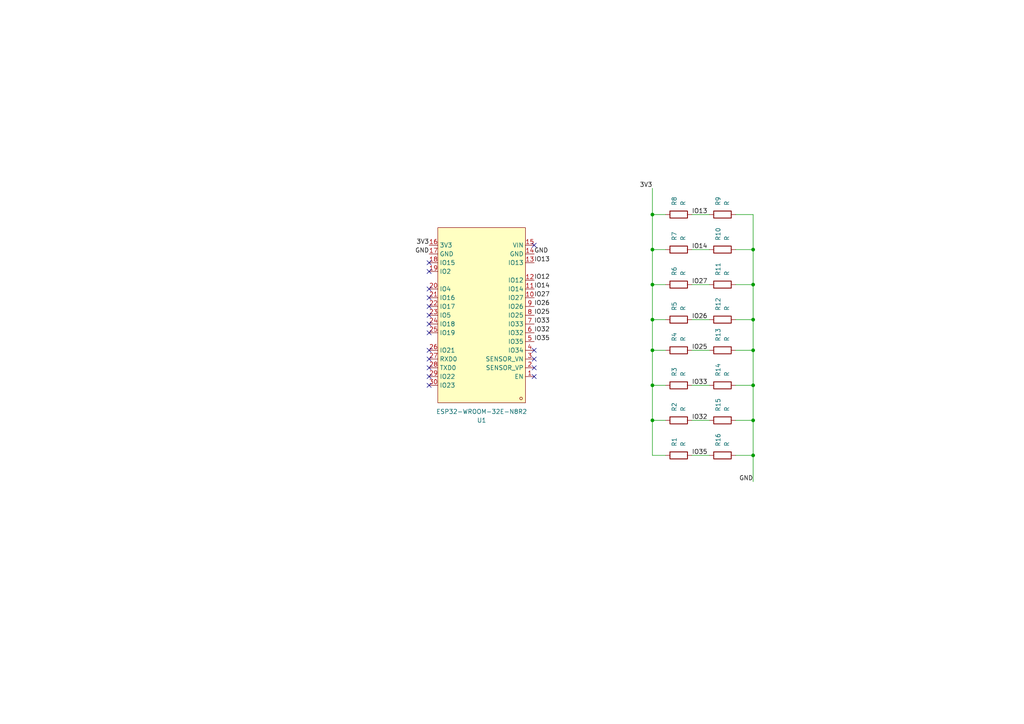
<source format=kicad_sch>
(kicad_sch (version 20231120) (generator "eeschema") (generator_version "8.0")
  (paper "A4")
  (lib_symbols
    (symbol "Device:R" (pin_numbers hide) (pin_names (offset 0))
      (property "Reference" "R" (at 2.032 0 90))
      (property "Value" "R" (at 0 0 90))
      (symbol "R_0_1"
        (rectangle (start -1.016 -2.54) (end 1.016 2.54) (stroke (width 0.254)))
      )
      (symbol "R_1_1"
        (pin passive line (at 0 3.81 270) (length 1.27) (name "~") (number "1"))
        (pin passive line (at 0 -3.81 90) (length 1.27) (name "~") (number "2"))
      )
    )
    (symbol "symbols:ESP32-WROOM-32_DEV_BOARD"
      (property "Reference" "U" (at 0 31.75 0))
      (property "Value" "ESP32-WROOM-32E-N8R2" (at 0 -29.21 0))
      (symbol "ESP32-WROOM-32_DEV_BOARD_0_1"
        (rectangle (start -12.7 24.13) (end 12.7 -26.67) (fill (type background)))
        (circle (center -11.43 22.86) (radius 0.38))
      )
      (symbol "ESP32-WROOM-32_DEV_BOARD_1_1"
        (pin unspecified line (at -15.24 16.51 0) (length 2.54) (name "EN") (number "1"))
        (pin unspecified line (at -15.24 -6.35 0) (length 2.54) (name "IO27") (number "10"))
        (pin unspecified line (at -15.24 -8.89 0) (length 2.54) (name "IO14") (number "11"))
        (pin unspecified line (at -15.24 -11.43 0) (length 2.54) (name "IO12") (number "12"))
        (pin unspecified line (at -15.24 -16.51 0) (length 2.54) (name "IO13") (number "13"))
        (pin unspecified line (at -15.24 -19.05 0) (length 2.54) (name "GND") (number "14"))
        (pin unspecified line (at -15.24 -21.59 0) (length 2.54) (name "VIN") (number "15"))
        (pin unspecified line (at 15.24 -21.59 180) (length 2.54) (name "3V3") (number "16"))
        (pin unspecified line (at 15.24 -19.05 180) (length 2.54) (name "GND") (number "17"))
        (pin unspecified line (at 15.24 -16.51 180) (length 2.54) (name "IO15") (number "18"))
        (pin unspecified line (at 15.24 -13.97 180) (length 2.54) (name "IO2") (number "19"))
        (pin unspecified line (at -15.24 13.97 0) (length 2.54) (name "SENSOR_VP") (number "2"))
        (pin unspecified line (at 15.24 -8.89 180) (length 2.54) (name "IO4") (number "20"))
        (pin unspecified line (at 15.24 -6.35 180) (length 2.54) (name "IO16") (number "21"))
        (pin unspecified line (at 15.24 -3.81 180) (length 2.54) (name "IO17") (number "22"))
        (pin unspecified line (at 15.24 -1.27 180) (length 2.54) (name "IO5") (number "23"))
        (pin unspecified line (at 15.24 1.27 180) (length 2.54) (name "IO18") (number "24"))
        (pin unspecified line (at 15.24 3.81 180) (length 2.54) (name "IO19") (number "25"))
        (pin unspecified line (at 15.24 8.89 180) (length 2.54) (name "IO21") (number "26"))
        (pin unspecified line (at 15.24 11.43 180) (length 2.54) (name "RXD0") (number "27"))
        (pin unspecified line (at 15.24 13.97 180) (length 2.54) (name "TXD0") (number "28"))
        (pin unspecified line (at 15.24 16.51 180) (length 2.54) (name "IO22") (number "29"))
        (pin unspecified line (at -15.24 11.43 0) (length 2.54) (name "SENSOR_VN") (number "3"))
        (pin unspecified line (at 15.24 19.05 180) (length 2.54) (name "IO23") (number "30"))
        (pin unspecified line (at -15.24 8.89 0) (length 2.54) (name "IO34") (number "4"))
        (pin unspecified line (at -15.24 6.35 0) (length 2.54) (name "IO35") (number "5"))
        (pin unspecified line (at -15.24 3.81 0) (length 2.54) (name "IO32") (number "6"))
        (pin unspecified line (at -15.24 1.27 0) (length 2.54) (name "IO33") (number "7"))
        (pin unspecified line (at -15.24 -1.27 0) (length 2.54) (name "IO25") (number "8"))
        (pin unspecified line (at -15.24 -3.81 0) (length 2.54) (name "IO26") (number "9"))
      )
    )
  )
  (junction (at 189.23 101.6))
  (junction (at 218.44 92.71))
  (junction (at 189.23 82.55))
  (junction (at 189.23 111.76))
  (junction (at 218.44 132.08))
  (junction (at 218.44 121.92))
  (junction (at 189.23 121.92))
  (junction (at 189.23 62.23))
  (junction (at 189.23 92.71))
  (junction (at 218.44 72.39))
  (junction (at 218.44 111.76))
  (junction (at 218.44 101.6))
  (junction (at 218.44 82.55))
  (junction (at 189.23 72.39))
  (no_connect (at 124.46 93.98))
  (no_connect (at 124.46 96.52))
  (no_connect (at 154.94 109.22))
  (no_connect (at 154.94 104.14))
  (no_connect (at 124.46 106.68))
  (no_connect (at 124.46 76.2))
  (no_connect (at 124.46 104.14))
  (no_connect (at 124.46 88.9))
  (no_connect (at 124.46 101.6))
  (no_connect (at 124.46 86.36))
  (no_connect (at 154.94 106.68))
  (no_connect (at 124.46 83.82))
  (no_connect (at 124.46 78.74))
  (no_connect (at 124.46 109.22))
  (no_connect (at 124.46 111.76))
  (no_connect (at 154.94 71.12))
  (no_connect (at 154.94 101.6))
  (no_connect (at 124.46 91.44))
  (wire (pts (xy 205.74 121.92) (xy 200.66 121.92)))
  (wire (pts (xy 213.36 132.08) (xy 218.44 132.08)))
  (wire (pts (xy 213.36 62.23) (xy 218.44 62.23)))
  (wire (pts (xy 205.74 101.6) (xy 200.66 101.6)))
  (wire (pts (xy 218.44 121.92) (xy 218.44 132.08)))
  (wire (pts (xy 189.23 62.23) (xy 193.04 62.23)))
  (wire (pts (xy 218.44 132.08) (xy 218.44 139.7)))
  (wire (pts (xy 218.44 111.76) (xy 218.44 121.92)))
  (wire (pts (xy 218.44 101.6) (xy 218.44 111.76)))
  (wire (pts (xy 189.23 62.23) (xy 189.23 72.39)))
  (wire (pts (xy 189.23 111.76) (xy 193.04 111.76)))
  (wire (pts (xy 193.04 132.08) (xy 189.23 132.08)))
  (wire (pts (xy 189.23 101.6) (xy 189.23 111.76)))
  (wire (pts (xy 213.36 101.6) (xy 218.44 101.6)))
  (wire (pts (xy 189.23 101.6) (xy 193.04 101.6)))
  (wire (pts (xy 205.74 82.55) (xy 200.66 82.55)))
  (wire (pts (xy 189.23 121.92) (xy 193.04 121.92)))
  (wire (pts (xy 218.44 62.23) (xy 218.44 72.39)))
  (wire (pts (xy 213.36 72.39) (xy 218.44 72.39)))
  (wire (pts (xy 213.36 82.55) (xy 218.44 82.55)))
  (wire (pts (xy 189.23 72.39) (xy 189.23 82.55)))
  (wire (pts (xy 213.36 92.71) (xy 218.44 92.71)))
  (wire (pts (xy 189.23 92.71) (xy 189.23 101.6)))
  (wire (pts (xy 205.74 132.08) (xy 200.66 132.08)))
  (wire (pts (xy 205.74 72.39) (xy 200.66 72.39)))
  (wire (pts (xy 189.23 121.92) (xy 189.23 132.08)))
  (wire (pts (xy 189.23 111.76) (xy 189.23 121.92)))
  (wire (pts (xy 213.36 111.76) (xy 218.44 111.76)))
  (wire (pts (xy 189.23 82.55) (xy 189.23 92.71)))
  (wire (pts (xy 189.23 82.55) (xy 193.04 82.55)))
  (wire (pts (xy 189.23 54.61) (xy 189.23 62.23)))
  (wire (pts (xy 205.74 62.23) (xy 200.66 62.23)))
  (wire (pts (xy 205.74 92.71) (xy 200.66 92.71)))
  (wire (pts (xy 205.74 111.76) (xy 200.66 111.76)))
  (wire (pts (xy 218.44 82.55) (xy 218.44 92.71)))
  (wire (pts (xy 218.44 72.39) (xy 218.44 82.55)))
  (wire (pts (xy 189.23 92.71) (xy 193.04 92.71)))
  (wire (pts (xy 213.36 121.92) (xy 218.44 121.92)))
  (wire (pts (xy 189.23 72.39) (xy 193.04 72.39)))
  (wire (pts (xy 218.44 92.71) (xy 218.44 101.6)))
  (label "IO25" (at 200.66 101.6 0))
  (label "IO33" (at 154.94 93.98 0))
  (label "IO33" (at 200.66 111.76 0))
  (label "IO13" (at 154.94 76.2 0))
  (label "3V3" (at 189.23 54.61 180))
  (label "GND" (at 124.46 73.66 180))
  (label "IO35" (at 154.94 99.06 0))
  (label "IO27" (at 200.66 82.55 0))
  (label "IO27" (at 154.94 86.36 0))
  (label "IO26" (at 154.94 88.9 0))
  (label "IO32" (at 200.66 121.92 0))
  (label "IO13" (at 200.66 62.23 0))
  (label "IO14" (at 154.94 83.82 0))
  (label "GND" (at 154.94 73.66 0))
  (label "IO35" (at 200.66 132.08 0))
  (label "IO32" (at 154.94 96.52 0))
  (label "IO14" (at 200.66 72.39 0))
  (label "3V3" (at 124.46 71.12 180))
  (label "GND" (at 218.44 139.7 180))
  (label "IO12" (at 154.94 81.28 0))
  (label "IO26" (at 200.66 92.71 0))
  (label "IO25" (at 154.94 91.44 0))
  (symbol (lib_id "Device:R") (at 209.55 101.6 90) (unit 1)
    (property "Reference" "R13" (at 208.2799 99.06 0) (effects (justify left)))
    (property "Value" "R" (at 210.8199 99.06 0) (effects (justify left)))
    (property "Footprint" "Resistor_THT:R_Axial_DIN0207_L6.3mm_D2.5mm_P10.16mm_Horizontal" (effects (hide yes)))
    (property "Description" "Resistor" (effects (hide yes)))
  )
  (symbol (lib_id "Device:R") (at 196.85 82.55 90) (unit 1)
    (property "Reference" "R6" (at 195.5799 80.01 0) (effects (justify left)))
    (property "Value" "R" (at 198.1199 80.01 0) (effects (justify left)))
    (property "Footprint" "Resistor_THT:R_Axial_DIN0207_L6.3mm_D2.5mm_P10.16mm_Horizontal" (effects (hide yes)))
    (property "Description" "Resistor" (effects (hide yes)))
  )
  (symbol (lib_id "symbols:ESP32-WROOM-32_DEV_BOARD") (at 139.7 92.71 180) (unit 1)
    (property "Reference" "U1" (at 139.7 121.92 0))
    (property "Value" "ESP32-WROOM-32E-N8R2" (at 139.7 119.38 0))
    (property "Footprint" "symbols_footprint:esp32 dev board" (effects (hide yes)))
    (property "LCSC Part" "C5361945" (effects (hide yes)))
  )
  (symbol (lib_id "Device:R") (at 209.55 72.39 90) (unit 1)
    (property "Reference" "R10" (at 208.2799 69.85 0) (effects (justify left)))
    (property "Value" "R" (at 210.8199 69.85 0) (effects (justify left)))
    (property "Footprint" "Resistor_THT:R_Axial_DIN0207_L6.3mm_D2.5mm_P10.16mm_Horizontal" (effects (hide yes)))
    (property "Description" "Resistor" (effects (hide yes)))
  )
  (symbol (lib_id "Device:R") (at 196.85 72.39 90) (unit 1)
    (property "Reference" "R7" (at 195.5799 69.85 0) (effects (justify left)))
    (property "Value" "R" (at 198.1199 69.85 0) (effects (justify left)))
    (property "Footprint" "Resistor_THT:R_Axial_DIN0207_L6.3mm_D2.5mm_P10.16mm_Horizontal" (effects (hide yes)))
    (property "Description" "Resistor" (effects (hide yes)))
  )
  (symbol (lib_id "Device:R") (at 209.55 92.71 90) (unit 1)
    (property "Reference" "R12" (at 208.2799 90.17 0) (effects (justify left)))
    (property "Value" "R" (at 210.8199 90.17 0) (effects (justify left)))
    (property "Footprint" "Resistor_THT:R_Axial_DIN0207_L6.3mm_D2.5mm_P10.16mm_Horizontal" (effects (hide yes)))
    (property "Description" "Resistor" (effects (hide yes)))
  )
  (symbol (lib_id "Device:R") (at 209.55 132.08 90) (unit 1)
    (property "Reference" "R16" (at 208.2799 129.54 0) (effects (justify left)))
    (property "Value" "R" (at 210.8199 129.54 0) (effects (justify left)))
    (property "Footprint" "Resistor_THT:R_Axial_DIN0207_L6.3mm_D2.5mm_P10.16mm_Horizontal" (effects (hide yes)))
    (property "Description" "Resistor" (effects (hide yes)))
  )
  (symbol (lib_id "Device:R") (at 209.55 111.76 90) (unit 1)
    (property "Reference" "R14" (at 208.2799 109.22 0) (effects (justify left)))
    (property "Value" "R" (at 210.8199 109.22 0) (effects (justify left)))
    (property "Footprint" "Resistor_THT:R_Axial_DIN0207_L6.3mm_D2.5mm_P10.16mm_Horizontal" (effects (hide yes)))
    (property "Description" "Resistor" (effects (hide yes)))
  )
  (symbol (lib_id "Device:R") (at 196.85 101.6 90) (unit 1)
    (property "Reference" "R4" (at 195.5799 99.06 0) (effects (justify left)))
    (property "Value" "R" (at 198.1199 99.06 0) (effects (justify left)))
    (property "Footprint" "Resistor_THT:R_Axial_DIN0207_L6.3mm_D2.5mm_P10.16mm_Horizontal" (effects (hide yes)))
    (property "Description" "Resistor" (effects (hide yes)))
  )
  (symbol (lib_id "Device:R") (at 209.55 121.92 90) (unit 1)
    (property "Reference" "R15" (at 208.2799 119.38 0) (effects (justify left)))
    (property "Value" "R" (at 210.8199 119.38 0) (effects (justify left)))
    (property "Footprint" "Resistor_THT:R_Axial_DIN0207_L6.3mm_D2.5mm_P10.16mm_Horizontal" (effects (hide yes)))
    (property "Description" "Resistor" (effects (hide yes)))
  )
  (symbol (lib_id "Device:R") (at 196.85 92.71 90) (unit 1)
    (property "Reference" "R5" (at 195.5799 90.17 0) (effects (justify left)))
    (property "Value" "R" (at 198.1199 90.17 0) (effects (justify left)))
    (property "Footprint" "Resistor_THT:R_Axial_DIN0207_L6.3mm_D2.5mm_P10.16mm_Horizontal" (effects (hide yes)))
    (property "Description" "Resistor" (effects (hide yes)))
  )
  (symbol (lib_id "Device:R") (at 209.55 82.55 90) (unit 1)
    (property "Reference" "R11" (at 208.2799 80.01 0) (effects (justify left)))
    (property "Value" "R" (at 210.8199 80.01 0) (effects (justify left)))
    (property "Footprint" "Resistor_THT:R_Axial_DIN0207_L6.3mm_D2.5mm_P10.16mm_Horizontal" (effects (hide yes)))
    (property "Description" "Resistor" (effects (hide yes)))
  )
  (symbol (lib_id "Device:R") (at 209.55 62.23 90) (unit 1)
    (property "Reference" "R9" (at 208.2799 59.69 0) (effects (justify left)))
    (property "Value" "R" (at 210.8199 59.69 0) (effects (justify left)))
    (property "Footprint" "Resistor_THT:R_Axial_DIN0207_L6.3mm_D2.5mm_P10.16mm_Horizontal" (effects (hide yes)))
    (property "Description" "Resistor" (effects (hide yes)))
  )
  (symbol (lib_id "Device:R") (at 196.85 111.76 90) (unit 1)
    (property "Reference" "R3" (at 195.5799 109.22 0) (effects (justify left)))
    (property "Value" "R" (at 198.1199 109.22 0) (effects (justify left)))
    (property "Footprint" "Resistor_THT:R_Axial_DIN0207_L6.3mm_D2.5mm_P10.16mm_Horizontal" (effects (hide yes)))
    (property "Description" "Resistor" (effects (hide yes)))
  )
  (symbol (lib_id "Device:R") (at 196.85 132.08 90) (unit 1)
    (property "Reference" "R1" (at 195.5799 129.54 0) (effects (justify left)))
    (property "Value" "R" (at 198.1199 129.54 0) (effects (justify left)))
    (property "Footprint" "Resistor_THT:R_Axial_DIN0207_L6.3mm_D2.5mm_P10.16mm_Horizontal" (effects (hide yes)))
    (property "Description" "Resistor" (effects (hide yes)))
  )
  (symbol (lib_id "Device:R") (at 196.85 62.23 90) (unit 1)
    (property "Reference" "R8" (at 195.5799 59.69 0) (effects (justify left)))
    (property "Value" "R" (at 198.1199 59.69 0) (effects (justify left)))
    (property "Footprint" "Resistor_THT:R_Axial_DIN0207_L6.3mm_D2.5mm_P10.16mm_Horizontal" (effects (hide yes)))
    (property "Description" "Resistor" (effects (hide yes)))
  )
  (symbol (lib_id "Device:R") (at 196.85 121.92 90) (unit 1)
    (property "Reference" "R2" (at 195.5799 119.38 0) (effects (justify left)))
    (property "Value" "R" (at 198.1199 119.38 0) (effects (justify left)))
    (property "Footprint" "Resistor_THT:R_Axial_DIN0207_L6.3mm_D2.5mm_P10.16mm_Horizontal" (effects (hide yes)))
    (property "Description" "Resistor" (effects (hide yes)))
  )
)
</source>
